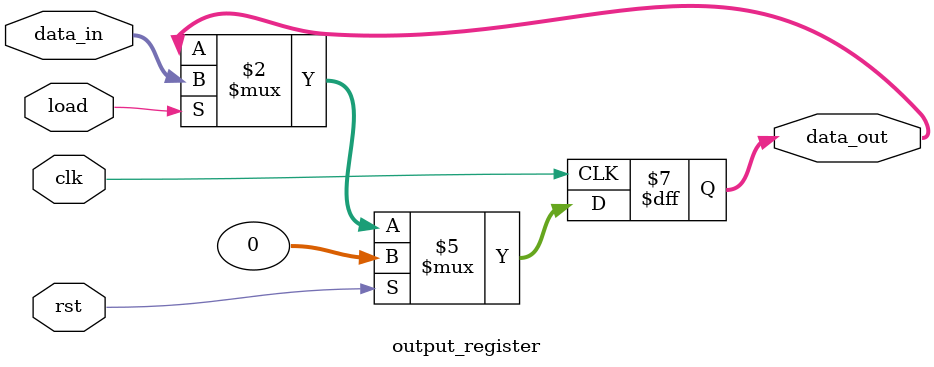
<source format=sv>
module sync_rst_buffer (
    input  wire        clk,
    input  wire        rst,
    input  wire [31:0] data_in,
    input  wire        load,
    output wire [31:0] data_out
);
    // 内部连线
    wire        load_buffered;
    wire [31:0] data_buffered;
    
    // 实例化输入缓冲子模块
    input_buffer input_buffer_inst (
        .clk          (clk),
        .load_in      (load),
        .data_in      (data_in),
        .load_out     (load_buffered),
        .data_out     (data_buffered)
    );
    
    // 实例化输出寄存器子模块
    output_register output_register_inst (
        .clk          (clk),
        .rst          (rst),
        .load         (load_buffered),
        .data_in      (data_buffered),
        .data_out     (data_out)
    );
endmodule

// 输入缓冲子模块 - 负责缓存输入信号
module input_buffer (
    input  wire        clk,
    input  wire        load_in,
    input  wire [31:0] data_in,
    output reg         load_out,
    output reg  [31:0] data_out
);
    // 将寄存器前移到输入端，捕获输入信号
    always @(posedge clk) begin
        load_out <= load_in;
        data_out <= data_in;
    end
endmodule

// 输出寄存器子模块 - 负责在复位或加载时更新输出
module output_register (
    input  wire        clk,
    input  wire        rst,
    input  wire        load,
    input  wire [31:0] data_in,
    output reg  [31:0] data_out
);
    // 输出寄存器逻辑
    always @(posedge clk) begin
        if (rst)
            data_out <= 32'b0;
        else if (load)
            data_out <= data_in;
    end
endmodule
</source>
